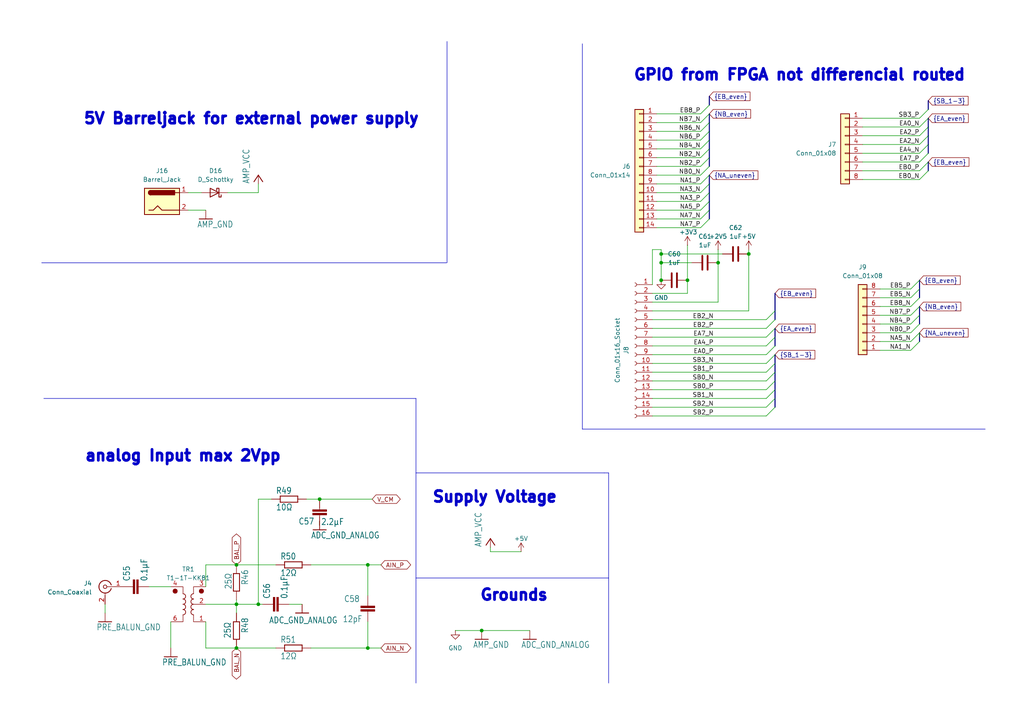
<source format=kicad_sch>
(kicad_sch (version 20250114) (generator "eeschema") (generator_version "9.0")
  (paper "A4")
  (lib_symbols
    (symbol "ADC_Adapter_prototyp_rev_013e0_eagle7-eagle-import:C-EUC0805"
      (property "Reference" "C" (at 1.524 0.381 0))
      (symbol "C-EUC0805_1_0"
        (rectangle (start -2.032 -1.016) (end 2.032 -0.508) (fill (type outline)))
        (rectangle (start -2.032 -2.032) (end 2.032 -1.524) (fill (type outline)))
        (polyline (pts (xy 0 0) (xy 0 -0.508)) (stroke (width 0.1524)))
        (polyline (pts (xy 0 -2.54) (xy 0 -2.032)) (stroke (width 0.1524)))
        (pin passive line (at 0 2.54 270) (length 2.54) (name "1") (number "1"))
        (pin passive line (at 0 -5.08 90) (length 2.54) (name "2") (number "2"))
      )
    )
    (symbol "ADC_Adapter_prototyp_rev_013e0_eagle7-eagle-import:GND" (power)
      (symbol "GND_1_0"
        (polyline (pts (xy -1.905 0) (xy 1.905 0)) (stroke (width 0.254)))
        (pin power_in line (at 0 2.54 270) (length 2.54) (name "GND") (number "1"))
      )
    )
    (symbol "ADC_Adapter_prototyp_rev_013e0_eagle7-eagle-import:R-EU_M0805"
      (property "Reference" "R" (at -3.81 1.4986 0))
      (symbol "R-EU_M0805_1_0"
        (polyline (pts (xy -2.54 -0.889) (xy -2.54 0.889)) (stroke (width 0.254)))
        (polyline (pts (xy -2.54 -0.889) (xy 2.54 -0.889)) (stroke (width 0.254)))
        (polyline (pts (xy 2.54 0.889) (xy -2.54 0.889)) (stroke (width 0.254)))
        (polyline (pts (xy 2.54 -0.889) (xy 2.54 0.889)) (stroke (width 0.254)))
        (pin passive line (at -5.08 0 0) (length 2.54) (name "1") (number "1"))
        (pin passive line (at 5.08 0 180) (length 2.54) (name "2") (number "2"))
      )
    )
    (symbol "ADC_Adapter_prototyp_rev_013e0_eagle7-eagle-import:VCC" (power)
      (symbol "VCC_1_0"
        (polyline (pts (xy 0 0) (xy -1.27 -1.905)) (stroke (width 0.254)))
        (polyline (pts (xy 1.27 -1.905) (xy 0 0)) (stroke (width 0.254)))
        (pin power_in line (at 0 -2.54 90) (length 2.54) (name "VCC") (number "1"))
      )
    )
    (symbol "Connector:Barrel_Jack" (pin_names (offset 1.016))
      (property "Reference" "J" (at 0 5.334 0))
      (property "Value" "Barrel_Jack" (at 0 -5.08 0))
      (symbol "Barrel_Jack_0_1"
        (rectangle (start -5.08 3.81) (end 5.08 -3.81) (stroke (width 0.254)) (fill (type background)))
        (polyline (pts (xy -3.81 -2.54) (xy -2.54 -2.54) (xy -1.27 -1.27) (xy 0 -2.54) (xy 2.54 -2.54) (xy 5.08 -2.54)) (stroke (width 0.254)))
        (arc (start -3.302 1.905) (mid -3.9343 2.54) (end -3.302 3.175) (stroke (width 0.254)))
        (arc (start -3.302 1.905) (mid -3.9343 2.54) (end -3.302 3.175) (stroke (width 0.254)) (fill (type outline)))
        (rectangle (start 3.683 3.175) (end -3.302 1.905) (stroke (width 0.254)) (fill (type outline)))
        (polyline (pts (xy 5.08 2.54) (xy 3.81 2.54)) (stroke (width 0.254)))
      )
      (symbol "Barrel_Jack_1_1"
        (pin passive line (at 7.62 2.54 180) (length 2.54) (name "~") (number "1"))
        (pin passive line (at 7.62 -2.54 180) (length 2.54) (name "~") (number "2"))
      )
    )
    (symbol "Connector:Conn_01x16_Socket" (pin_names (offset 1.016) (hide yes))
      (property "Reference" "J" (at 0 20.32 0))
      (property "Value" "Conn_01x16_Socket" (at 0 -22.86 0))
      (symbol "Conn_01x16_Socket_1_1"
        (polyline (pts (xy -1.27 17.78) (xy -0.508 17.78)) (stroke (width 0.1524)))
        (polyline (pts (xy -1.27 15.24) (xy -0.508 15.24)) (stroke (width 0.1524)))
        (polyline (pts (xy -1.27 12.7) (xy -0.508 12.7)) (stroke (width 0.1524)))
        (polyline (pts (xy -1.27 10.16) (xy -0.508 10.16)) (stroke (width 0.1524)))
        (polyline (pts (xy -1.27 7.62) (xy -0.508 7.62)) (stroke (width 0.1524)))
        (polyline (pts (xy -1.27 5.08) (xy -0.508 5.08)) (stroke (width 0.1524)))
        (polyline (pts (xy -1.27 2.54) (xy -0.508 2.54)) (stroke (width 0.1524)))
        (polyline (pts (xy -1.27 0) (xy -0.508 0)) (stroke (width 0.1524)))
        (polyline (pts (xy -1.27 -2.54) (xy -0.508 -2.54)) (stroke (width 0.1524)))
        (polyline (pts (xy -1.27 -5.08) (xy -0.508 -5.08)) (stroke (width 0.1524)))
        (polyline (pts (xy -1.27 -7.62) (xy -0.508 -7.62)) (stroke (width 0.1524)))
        (polyline (pts (xy -1.27 -10.16) (xy -0.508 -10.16)) (stroke (width 0.1524)))
        (polyline (pts (xy -1.27 -12.7) (xy -0.508 -12.7)) (stroke (width 0.1524)))
        (polyline (pts (xy -1.27 -15.24) (xy -0.508 -15.24)) (stroke (width 0.1524)))
        (polyline (pts (xy -1.27 -17.78) (xy -0.508 -17.78)) (stroke (width 0.1524)))
        (polyline (pts (xy -1.27 -20.32) (xy -0.508 -20.32)) (stroke (width 0.1524)))
        (arc (start 0 17.272) (mid -0.5058 17.78) (end 0 18.288) (stroke (width 0.1524)))
        (arc (start 0 14.732) (mid -0.5058 15.24) (end 0 15.748) (stroke (width 0.1524)))
        (arc (start 0 12.192) (mid -0.5058 12.7) (end 0 13.208) (stroke (width 0.1524)))
        (arc (start 0 9.652) (mid -0.5058 10.16) (end 0 10.668) (stroke (width 0.1524)))
        (arc (start 0 7.112) (mid -0.5058 7.62) (end 0 8.128) (stroke (width 0.1524)))
        (arc (start 0 4.572) (mid -0.5058 5.08) (end 0 5.588) (stroke (width 0.1524)))
        (arc (start 0 2.032) (mid -0.5058 2.54) (end 0 3.048) (stroke (width 0.1524)))
        (arc (start 0 -0.508) (mid -0.5058 0) (end 0 0.508) (stroke (width 0.1524)))
        (arc (start 0 -3.048) (mid -0.5058 -2.54) (end 0 -2.032) (stroke (width 0.1524)))
        (arc (start 0 -5.588) (mid -0.5058 -5.08) (end 0 -4.572) (stroke (width 0.1524)))
        (arc (start 0 -8.128) (mid -0.5058 -7.62) (end 0 -7.112) (stroke (width 0.1524)))
        (arc (start 0 -10.668) (mid -0.5058 -10.16) (end 0 -9.652) (stroke (width 0.1524)))
        (arc (start 0 -13.208) (mid -0.5058 -12.7) (end 0 -12.192) (stroke (width 0.1524)))
        (arc (start 0 -15.748) (mid -0.5058 -15.24) (end 0 -14.732) (stroke (width 0.1524)))
        (arc (start 0 -18.288) (mid -0.5058 -17.78) (end 0 -17.272) (stroke (width 0.1524)))
        (arc (start 0 -20.828) (mid -0.5058 -20.32) (end 0 -19.812) (stroke (width 0.1524)))
        (pin passive line (at -5.08 17.78 0) (length 3.81) (name "Pin_1") (number "1"))
        (pin passive line (at -5.08 15.24 0) (length 3.81) (name "Pin_2") (number "2"))
        (pin passive line (at -5.08 12.7 0) (length 3.81) (name "Pin_3") (number "3"))
        (pin passive line (at -5.08 10.16 0) (length 3.81) (name "Pin_4") (number "4"))
        (pin passive line (at -5.08 7.62 0) (length 3.81) (name "Pin_5") (number "5"))
        (pin passive line (at -5.08 5.08 0) (length 3.81) (name "Pin_6") (number "6"))
        (pin passive line (at -5.08 2.54 0) (length 3.81) (name "Pin_7") (number "7"))
        (pin passive line (at -5.08 0 0) (length 3.81) (name "Pin_8") (number "8"))
        (pin passive line (at -5.08 -2.54 0) (length 3.81) (name "Pin_9") (number "9"))
        (pin passive line (at -5.08 -5.08 0) (length 3.81) (name "Pin_10") (number "10"))
        (pin passive line (at -5.08 -7.62 0) (length 3.81) (name "Pin_11") (number "11"))
        (pin passive line (at -5.08 -10.16 0) (length 3.81) (name "Pin_12") (number "12"))
        (pin passive line (at -5.08 -12.7 0) (length 3.81) (name "Pin_13") (number "13"))
        (pin passive line (at -5.08 -15.24 0) (length 3.81) (name "Pin_14") (number "14"))
        (pin passive line (at -5.08 -17.78 0) (length 3.81) (name "Pin_15") (number "15"))
        (pin passive line (at -5.08 -20.32 0) (length 3.81) (name "Pin_16") (number "16"))
      )
    )
    (symbol "Connector:Conn_Coaxial" (pin_names (offset 1.016) (hide yes))
      (property "Reference" "J" (at 0.254 3.048 0))
      (property "Value" "Conn_Coaxial" (at 2.921 0 90))
      (symbol "Conn_Coaxial_0_1"
        (polyline (pts (xy -2.54 0) (xy -0.508 0)))
        (arc (start 1.778 0) (mid 0.222 -1.8079) (end -1.778 -0.508) (stroke (width 0.254)))
        (arc (start -1.778 0.508) (mid 0.2221 1.8084) (end 1.778 0) (stroke (width 0.254)))
        (circle (center 0 0) (radius 0.508) (stroke (width 0.2032)))
        (polyline (pts (xy 0 -2.54) (xy 0 -1.778)))
      )
      (symbol "Conn_Coaxial_1_1"
        (pin passive line (at -5.08 0 0) (length 2.54) (name "In") (number "1"))
        (pin passive line (at 0 -5.08 90) (length 2.54) (name "Ext") (number "2"))
      )
    )
    (symbol "Connector_Generic:Conn_01x08" (pin_names (offset 1.016) (hide yes))
      (property "Reference" "J" (at 0 10.16 0))
      (property "Value" "Conn_01x08" (at 0 -12.7 0))
      (symbol "Conn_01x08_1_1"
        (rectangle (start -1.27 8.89) (end 1.27 -11.43) (stroke (width 0.254)) (fill (type background)))
        (rectangle (start -1.27 7.747) (end 0 7.493) (stroke (width 0.1524)))
        (rectangle (start -1.27 5.207) (end 0 4.953) (stroke (width 0.1524)))
        (rectangle (start -1.27 2.667) (end 0 2.413) (stroke (width 0.1524)))
        (rectangle (start -1.27 0.127) (end 0 -0.127) (stroke (width 0.1524)))
        (rectangle (start -1.27 -2.413) (end 0 -2.667) (stroke (width 0.1524)))
        (rectangle (start -1.27 -4.953) (end 0 -5.207) (stroke (width 0.1524)))
        (rectangle (start -1.27 -7.493) (end 0 -7.747) (stroke (width 0.1524)))
        (rectangle (start -1.27 -10.033) (end 0 -10.287) (stroke (width 0.1524)))
        (pin passive line (at -5.08 7.62 0) (length 3.81) (name "Pin_1") (number "1"))
        (pin passive line (at -5.08 5.08 0) (length 3.81) (name "Pin_2") (number "2"))
        (pin passive line (at -5.08 2.54 0) (length 3.81) (name "Pin_3") (number "3"))
        (pin passive line (at -5.08 0 0) (length 3.81) (name "Pin_4") (number "4"))
        (pin passive line (at -5.08 -2.54 0) (length 3.81) (name "Pin_5") (number "5"))
        (pin passive line (at -5.08 -5.08 0) (length 3.81) (name "Pin_6") (number "6"))
        (pin passive line (at -5.08 -7.62 0) (length 3.81) (name "Pin_7") (number "7"))
        (pin passive line (at -5.08 -10.16 0) (length 3.81) (name "Pin_8") (number "8"))
      )
    )
    (symbol "Connector_Generic:Conn_01x14" (pin_names (offset 1.016) (hide yes))
      (property "Reference" "J" (at 0 17.78 0))
      (property "Value" "Conn_01x14" (at 0 -20.32 0))
      (symbol "Conn_01x14_1_1"
        (rectangle (start -1.27 16.51) (end 1.27 -19.05) (stroke (width 0.254)) (fill (type background)))
        (rectangle (start -1.27 15.367) (end 0 15.113) (stroke (width 0.1524)))
        (rectangle (start -1.27 12.827) (end 0 12.573) (stroke (width 0.1524)))
        (rectangle (start -1.27 10.287) (end 0 10.033) (stroke (width 0.1524)))
        (rectangle (start -1.27 7.747) (end 0 7.493) (stroke (width 0.1524)))
        (rectangle (start -1.27 5.207) (end 0 4.953) (stroke (width 0.1524)))
        (rectangle (start -1.27 2.667) (end 0 2.413) (stroke (width 0.1524)))
        (rectangle (start -1.27 0.127) (end 0 -0.127) (stroke (width 0.1524)))
        (rectangle (start -1.27 -2.413) (end 0 -2.667) (stroke (width 0.1524)))
        (rectangle (start -1.27 -4.953) (end 0 -5.207) (stroke (width 0.1524)))
        (rectangle (start -1.27 -7.493) (end 0 -7.747) (stroke (width 0.1524)))
        (rectangle (start -1.27 -10.033) (end 0 -10.287) (stroke (width 0.1524)))
        (rectangle (start -1.27 -12.573) (end 0 -12.827) (stroke (width 0.1524)))
        (rectangle (start -1.27 -15.113) (end 0 -15.367) (stroke (width 0.1524)))
        (rectangle (start -1.27 -17.653) (end 0 -17.907) (stroke (width 0.1524)))
        (pin passive line (at -5.08 15.24 0) (length 3.81) (name "Pin_1") (number "1"))
        (pin passive line (at -5.08 12.7 0) (length 3.81) (name "Pin_2") (number "2"))
        (pin passive line (at -5.08 10.16 0) (length 3.81) (name "Pin_3") (number "3"))
        (pin passive line (at -5.08 7.62 0) (length 3.81) (name "Pin_4") (number "4"))
        (pin passive line (at -5.08 5.08 0) (length 3.81) (name "Pin_5") (number "5"))
        (pin passive line (at -5.08 2.54 0) (length 3.81) (name "Pin_6") (number "6"))
        (pin passive line (at -5.08 0 0) (length 3.81) (name "Pin_7") (number "7"))
        (pin passive line (at -5.08 -2.54 0) (length 3.81) (name "Pin_8") (number "8"))
        (pin passive line (at -5.08 -5.08 0) (length 3.81) (name "Pin_9") (number "9"))
        (pin passive line (at -5.08 -7.62 0) (length 3.81) (name "Pin_10") (number "10"))
        (pin passive line (at -5.08 -10.16 0) (length 3.81) (name "Pin_11") (number "11"))
        (pin passive line (at -5.08 -12.7 0) (length 3.81) (name "Pin_12") (number "12"))
        (pin passive line (at -5.08 -15.24 0) (length 3.81) (name "Pin_13") (number "13"))
        (pin passive line (at -5.08 -17.78 0) (length 3.81) (name "Pin_14") (number "14"))
      )
    )
    (symbol "Device:C" (pin_numbers (hide yes)) (pin_names (offset 0.254))
      (property "Reference" "C" (at 0.635 2.54 0))
      (property "Value" "C" (at 0.635 -2.54 0))
      (symbol "C_0_1"
        (polyline (pts (xy -2.032 0.762) (xy 2.032 0.762)) (stroke (width 0.508)))
        (polyline (pts (xy -2.032 -0.762) (xy 2.032 -0.762)) (stroke (width 0.508)))
      )
      (symbol "C_1_1"
        (pin passive line (at 0 3.81 270) (length 2.794) (name "~") (number "1"))
        (pin passive line (at 0 -3.81 90) (length 2.794) (name "~") (number "2"))
      )
    )
    (symbol "Device:D_Schottky" (pin_numbers (hide yes)) (pin_names (offset 1.016) (hide yes))
      (property "Reference" "D" (at 0 2.54 0))
      (property "Value" "D_Schottky" (at 0 -2.54 0))
      (symbol "D_Schottky_0_1"
        (polyline (pts (xy -1.905 0.635) (xy -1.905 1.27) (xy -1.27 1.27) (xy -1.27 -1.27) (xy -0.635 -1.27) (xy -0.635 -0.635)) (stroke (width 0.254)))
        (polyline (pts (xy 1.27 1.27) (xy 1.27 -1.27) (xy -1.27 0) (xy 1.27 1.27)) (stroke (width 0.254)))
        (polyline (pts (xy 1.27 0) (xy -1.27 0)))
      )
      (symbol "D_Schottky_1_1"
        (pin passive line (at -3.81 0 0) (length 2.54) (name "K") (number "1"))
        (pin passive line (at 3.81 0 180) (length 2.54) (name "A") (number "2"))
      )
    )
    (symbol "SoM_ADC_Board:T1-1T-KK81" (pin_names (hide yes))
      (property "Reference" "TR" (at 0 6.35 0))
      (property "Value" "T1-1T-KK81" (at 0 -6.985 0))
      (symbol "T1-1T-KK81_0_1"
        (circle (center -3.81 3.81) (radius 0.635) (fill (type outline)))
        (polyline (pts (xy -2.54 5.08) (xy -1.524 5.08) (xy -1.524 3.048)) (stroke (width 0.1524)))
        (arc (start -1.524 3.048) (mid -0.7653 2.286) (end -1.524 1.524) (stroke (width 0.2032)))
        (arc (start -1.524 1.524) (mid -0.7653 0.762) (end -1.524 0) (stroke (width 0.2032)))
        (arc (start -1.524 0) (mid -0.7653 -0.762) (end -1.524 -1.524) (stroke (width 0.2032)))
        (arc (start -1.524 -1.524) (mid -0.7653 -2.286) (end -1.524 -3.048) (stroke (width 0.2032)))
        (polyline (pts (xy -1.524 -3.048) (xy -1.524 -5.08) (xy -2.54 -5.08)) (stroke (width 0.1524)))
        (polyline (pts (xy 1.524 3.048) (xy 1.524 5.08) (xy 2.54 5.08)) (stroke (width 0.1524)))
        (arc (start 1.524 1.524) (mid 0.7653 2.286) (end 1.524 3.048) (stroke (width 0.2032)))
        (arc (start 1.524 0) (mid 0.7653 0.762) (end 1.524 1.524) (stroke (width 0.2032)))
        (arc (start 1.524 -1.524) (mid 0.7653 -0.762) (end 1.524 0) (stroke (width 0.2032)))
        (arc (start 1.524 -3.048) (mid 0.7653 -2.286) (end 1.524 -1.524) (stroke (width 0.2032)))
        (polyline (pts (xy 2.54 0) (xy 1.27 0)) (stroke (width 0.1524)))
        (polyline (pts (xy 2.54 -5.08) (xy 1.524 -5.08) (xy 1.524 -3.048)) (stroke (width 0.1524)))
        (circle (center 3.81 3.81) (radius 0.635) (fill (type outline)))
      )
      (symbol "T1-1T-KK81_1_1"
        (pin passive line (at -5.08 5.08 0) (length 2.54) (name "~") (number "4"))
        (pin passive line (at -5.08 -5.08 0) (length 2.54) (name "~") (number "6"))
        (pin no_connect line (at -2.54 0 0) (length 2.54) (hide yes) (name "~") (number "5"))
        (pin passive line (at 5.08 5.08 180) (length 2.54) (name "~") (number "3"))
        (pin passive line (at 5.08 0 180) (length 2.54) (name "~") (number "2"))
        (pin passive line (at 5.08 -5.08 180) (length 2.54) (name "~") (number "1"))
      )
    )
    (symbol "power:+2V5" (power) (pin_numbers (hide yes)) (pin_names (offset 0) (hide yes))
      (property "Value" "+2V5" (at 0 3.556 0))
      (symbol "+2V5_0_1"
        (polyline (pts (xy -0.762 1.27) (xy 0 2.54)))
        (polyline (pts (xy 0 2.54) (xy 0.762 1.27)))
        (polyline (pts (xy 0 0) (xy 0 2.54)))
      )
      (symbol "+2V5_1_1"
        (pin power_in line (at 0 0 90) (length 0) (name "~") (number "1"))
      )
    )
    (symbol "power:+5C" (power) (pin_numbers (hide yes)) (pin_names (offset 0) (hide yes))
      (property "Value" "+5C" (at 0 3.556 0))
      (symbol "+5C_0_1"
        (polyline (pts (xy -0.762 1.27) (xy 0 2.54)))
        (polyline (pts (xy 0 2.54) (xy 0.762 1.27)))
        (polyline (pts (xy 0 0) (xy 0 2.54)))
      )
      (symbol "+5C_1_1"
        (pin power_in line (at 0 0 90) (length 0) (name "~") (number "1"))
      )
    )
    (symbol "power:GND" (power) (pin_numbers (hide yes)) (pin_names (offset 0) (hide yes))
      (property "Value" "GND" (at 0 -3.81 0))
      (symbol "GND_0_1"
        (polyline (pts (xy 0 0) (xy 0 -1.27) (xy 1.27 -1.27) (xy 0 -2.54) (xy -1.27 -1.27) (xy 0 -1.27)))
      )
      (symbol "GND_1_1"
        (pin power_in line (at 0 0 270) (length 0) (name "~") (number "1"))
      )
    )
  )
  (bus_alias "EA_even" (members "EA0_N" "EA0_P" "EA2_N" "EA2_P" "EA4_N" "EA4_P" "EA7_N" "EA7_P"))
  (bus_alias "EB_even" (members "EB0_P" "EB0_N" "EB2_P" "EB2_N" "EB4_P" "EB4_N" "EB5_P" "EB5_N" "EB8_P" "EB8_N"))
  (bus_alias "SB_1-3" (members "SB0_N" "SB0_P" "SB1_N" "SB1_P" "SB2_N" "SB2_P" "SB3_N" "SB3_P"))
  (text "GPIO from FPGA not differencial routed" (at 231.902 21.844 0) (effects (font (size 3.175 3.175) (thickness 1.27) (bold yes))))
  (text "Supply Voltage" (at 143.51 144.272 0) (effects (font (size 3.175 3.175) (thickness 1.27) (bold yes))))
  (text "analog Input max 2Vpp" (at 53.086 132.334 0) (effects (font (size 3.175 3.175) (thickness 1.27) (bold yes))))
  (text "5V Barreljack for external power supply" (at 72.898 34.544 0) (effects (font (size 3.175 3.175) (thickness 1.27) (bold yes))))
  (text "Grounds" (at 149.098 172.72 0) (effects (font (size 3.175 3.175) (thickness 1.27) (bold yes))))
  (junction (at 74.93 175.26))
  (junction (at 217.17 73.66))
  (junction (at 92.71 144.78))
  (junction (at 191.77 76.2))
  (junction (at 191.77 73.66))
  (junction (at 68.58 187.96))
  (junction (at 106.68 163.83))
  (junction (at 68.58 163.83))
  (junction (at 106.68 187.96))
  (junction (at 139.7 182.88))
  (junction (at 191.77 81.28))
  (junction (at 208.28 76.2))
  (junction (at 199.39 81.28))
  (junction (at 68.58 175.26))
  (bus_entry (at 205.74 38.1) (size -2.54 2.54))
  (bus_entry (at 224.79 113.03) (size -2.54 2.54))
  (bus_entry (at 205.74 53.34) (size -2.54 2.54))
  (bus_entry (at 266.7 93.98) (size -2.54 2.54))
  (bus_entry (at 266.7 96.52) (size -2.54 2.54))
  (bus_entry (at 205.74 63.5) (size -2.54 2.54))
  (bus_entry (at 205.74 30.48) (size -2.54 2.54))
  (bus_entry (at 266.7 81.28) (size -2.54 2.54))
  (bus_entry (at 269.24 31.75) (size -2.54 2.54))
  (bus_entry (at 205.74 43.18) (size -2.54 2.54))
  (bus_entry (at 205.74 55.88) (size -2.54 2.54))
  (bus_entry (at 269.24 34.29) (size -2.54 2.54))
  (bus_entry (at 224.79 110.49) (size -2.54 2.54))
  (bus_entry (at 224.79 97.79) (size -2.54 2.54))
  (bus_entry (at 266.7 99.06) (size -2.54 2.54))
  (bus_entry (at 269.24 39.37) (size -2.54 2.54))
  (bus_entry (at 266.7 83.82) (size -2.54 2.54))
  (bus_entry (at 269.24 49.53) (size -2.54 2.54))
  (bus_entry (at 205.74 40.64) (size -2.54 2.54))
  (bus_entry (at 205.74 60.96) (size -2.54 2.54))
  (bus_entry (at 224.79 90.17) (size -2.54 2.54))
  (bus_entry (at 266.7 86.36) (size -2.54 2.54))
  (bus_entry (at 266.7 88.9) (size -2.54 2.54))
  (bus_entry (at 269.24 41.91) (size -2.54 2.54))
  (bus_entry (at 224.79 107.95) (size -2.54 2.54))
  (bus_entry (at 269.24 44.45) (size -2.54 2.54))
  (bus_entry (at 205.74 35.56) (size -2.54 2.54))
  (bus_entry (at 224.79 102.87) (size -2.54 2.54))
  (bus_entry (at 269.24 36.83) (size -2.54 2.54))
  (bus_entry (at 205.74 48.26) (size -2.54 2.54))
  (bus_entry (at 269.24 46.99) (size -2.54 2.54))
  (bus_entry (at 224.79 100.33) (size -2.54 2.54))
  (bus_entry (at 205.74 33.02) (size -2.54 2.54))
  (bus_entry (at 205.74 50.8) (size -2.54 2.54))
  (bus_entry (at 224.79 95.25) (size -2.54 2.54))
  (bus_entry (at 205.74 45.72) (size -2.54 2.54))
  (bus_entry (at 224.79 118.11) (size -2.54 2.54))
  (bus_entry (at 205.74 58.42) (size -2.54 2.54))
  (bus_entry (at 224.79 115.57) (size -2.54 2.54))
  (bus_entry (at 224.79 92.71) (size -2.54 2.54))
  (bus_entry (at 266.7 91.44) (size -2.54 2.54))
  (bus_entry (at 224.79 105.41) (size -2.54 2.54))
  (polyline (pts (xy 176.53 137.16) (xy 176.53 167.64)))
  (wire (pts (xy 208.28 76.2) (xy 208.28 87.63)))
  (bus (pts (xy 205.74 40.64) (xy 205.74 43.18)))
  (polyline (pts (xy 168.91 12.7) (xy 168.91 124.46)))
  (wire (pts (xy 191.77 73.66) (xy 209.55 73.66)))
  (bus (pts (xy 205.74 35.56) (xy 205.74 38.1)))
  (wire (pts (xy 255.27 93.98) (xy 264.16 93.98)))
  (wire (pts (xy 255.27 91.44) (xy 264.16 91.44)))
  (wire (pts (xy 250.19 52.07) (xy 266.7 52.07)))
  (wire (pts (xy 49.53 180.34) (xy 49.53 185.42)))
  (wire (pts (xy 189.23 120.65) (xy 222.25 120.65)))
  (wire (pts (xy 250.19 34.29) (xy 266.7 34.29)))
  (wire (pts (xy 250.19 44.45) (xy 266.7 44.45)))
  (wire (pts (xy 68.58 175.26) (xy 74.93 175.26)))
  (wire (pts (xy 190.5 53.34) (xy 203.2 53.34)))
  (wire (pts (xy 88.9 144.78) (xy 92.71 144.78)))
  (wire (pts (xy 189.23 118.11) (xy 222.25 118.11)))
  (wire (pts (xy 250.19 36.83) (xy 266.7 36.83)))
  (wire (pts (xy 68.58 187.96) (xy 80.01 187.96)))
  (wire (pts (xy 190.5 66.04) (xy 203.2 66.04)))
  (wire (pts (xy 189.23 92.71) (xy 222.25 92.71)))
  (bus (pts (xy 224.79 105.41) (xy 224.79 107.95)))
  (wire (pts (xy 255.27 88.9) (xy 264.16 88.9)))
  (bus (pts (xy 269.24 41.91) (xy 269.24 44.45)))
  (wire (pts (xy 199.39 71.12) (xy 199.39 81.28)))
  (wire (pts (xy 90.17 163.83) (xy 106.68 163.83)))
  (wire (pts (xy 250.19 49.53) (xy 266.7 49.53)))
  (wire (pts (xy 255.27 101.6) (xy 264.16 101.6)))
  (wire (pts (xy 189.23 102.87) (xy 222.25 102.87)))
  (bus (pts (xy 224.79 97.79) (xy 224.79 100.33)))
  (wire (pts (xy 250.19 46.99) (xy 266.7 46.99)))
  (bus (pts (xy 224.79 90.17) (xy 224.79 92.71)))
  (wire (pts (xy 189.23 72.39) (xy 191.77 72.39)))
  (bus (pts (xy 266.7 91.44) (xy 266.7 93.98)))
  (polyline (pts (xy 120.65 167.64) (xy 176.53 167.64)))
  (bus (pts (xy 205.74 33.02) (xy 205.74 35.56)))
  (wire (pts (xy 43.18 170.18) (xy 49.53 170.18)))
  (wire (pts (xy 54.61 55.88) (xy 58.42 55.88)))
  (wire (pts (xy 59.69 187.96) (xy 68.58 187.96)))
  (wire (pts (xy 139.7 182.88) (xy 153.67 182.88)))
  (wire (pts (xy 190.5 45.72) (xy 203.2 45.72)))
  (bus (pts (xy 205.74 60.96) (xy 205.74 63.5)))
  (wire (pts (xy 191.77 76.2) (xy 200.66 76.2)))
  (wire (pts (xy 189.23 110.49) (xy 222.25 110.49)))
  (bus (pts (xy 205.74 55.88) (xy 205.74 58.42)))
  (polyline (pts (xy 12.0885 76.2215) (xy 129.54 76.2215)))
  (wire (pts (xy 189.23 100.33) (xy 222.25 100.33)))
  (polyline (pts (xy 12.7 115.57) (xy 120.65 115.57)))
  (bus (pts (xy 205.74 53.34) (xy 205.74 55.88)))
  (wire (pts (xy 190.5 43.18) (xy 203.2 43.18)))
  (bus (pts (xy 266.7 81.28) (xy 266.7 83.82)))
  (wire (pts (xy 106.68 163.83) (xy 110.49 163.83)))
  (wire (pts (xy 189.23 105.41) (xy 222.25 105.41)))
  (wire (pts (xy 74.93 144.78) (xy 78.74 144.78)))
  (wire (pts (xy 106.68 163.83) (xy 106.68 172.72)))
  (wire (pts (xy 250.19 41.91) (xy 266.7 41.91)))
  (wire (pts (xy 59.69 170.18) (xy 59.69 163.83)))
  (wire (pts (xy 59.69 163.83) (xy 68.58 163.83)))
  (bus (pts (xy 205.74 50.8) (xy 205.74 53.34)))
  (wire (pts (xy 190.5 38.1) (xy 203.2 38.1)))
  (wire (pts (xy 74.93 175.26) (xy 76.2 175.26)))
  (wire (pts (xy 68.58 173.99) (xy 68.58 175.26)))
  (wire (pts (xy 142.24 160.02) (xy 142.24 158.75)) (stroke (width 0.1524)))
  (bus (pts (xy 205.74 43.18) (xy 205.74 45.72)))
  (bus (pts (xy 269.24 34.29) (xy 269.24 36.83)))
  (wire (pts (xy 132.08 182.88) (xy 139.7 182.88)))
  (wire (pts (xy 30.48 175.26) (xy 30.48 177.8)))
  (wire (pts (xy 59.69 180.34) (xy 59.69 187.96)))
  (bus (pts (xy 266.7 96.52) (xy 266.7 99.06)))
  (wire (pts (xy 217.17 73.66) (xy 217.17 90.17)))
  (wire (pts (xy 191.77 76.2) (xy 191.77 81.28)))
  (bus (pts (xy 205.74 58.42) (xy 205.74 60.96)))
  (wire (pts (xy 83.82 175.26) (xy 87.63 175.26)))
  (wire (pts (xy 190.5 35.56) (xy 203.2 35.56)))
  (polyline (pts (xy 129.6576 12.0235) (xy 129.6576 76.2)))
  (bus (pts (xy 269.24 39.37) (xy 269.24 41.91)))
  (wire (pts (xy 59.69 175.26) (xy 68.58 175.26)))
  (bus (pts (xy 224.79 85.09) (xy 224.79 90.17)))
  (bus (pts (xy 224.79 110.49) (xy 224.79 113.03)))
  (wire (pts (xy 189.23 113.03) (xy 222.25 113.03)))
  (wire (pts (xy 189.23 72.39) (xy 189.23 82.55)))
  (wire (pts (xy 208.28 72.39) (xy 208.28 76.2)))
  (wire (pts (xy 190.5 48.26) (xy 203.2 48.26)))
  (wire (pts (xy 190.5 60.96) (xy 203.2 60.96)))
  (wire (pts (xy 74.93 175.26) (xy 74.93 144.78)))
  (wire (pts (xy 255.27 99.06) (xy 264.16 99.06)))
  (wire (pts (xy 217.17 90.17) (xy 189.23 90.17)))
  (polyline (pts (xy 120.65 115.57) (xy 120.65 198.12)))
  (polyline (pts (xy 168.91 124.46) (xy 285.75 124.46)))
  (wire (pts (xy 190.5 63.5) (xy 203.2 63.5)))
  (wire (pts (xy 190.5 58.42) (xy 203.2 58.42)))
  (bus (pts (xy 205.74 27.94) (xy 205.74 30.48)))
  (wire (pts (xy 191.77 73.66) (xy 191.77 76.2)))
  (wire (pts (xy 191.77 72.39) (xy 191.77 73.66)))
  (wire (pts (xy 54.61 60.96) (xy 59.69 60.96)))
  (polyline (pts (xy 176.53 167.64) (xy 176.53 198.12)))
  (wire (pts (xy 189.23 107.95) (xy 222.25 107.95)))
  (wire (pts (xy 250.19 39.37) (xy 266.7 39.37)))
  (wire (pts (xy 255.27 96.52) (xy 264.16 96.52)))
  (bus (pts (xy 224.79 95.25) (xy 224.79 97.79)))
  (wire (pts (xy 189.23 115.57) (xy 222.25 115.57)))
  (wire (pts (xy 217.17 72.39) (xy 217.17 73.66)))
  (bus (pts (xy 269.24 46.99) (xy 269.24 49.53)))
  (bus (pts (xy 224.79 115.57) (xy 224.79 118.11)))
  (wire (pts (xy 92.71 144.78) (xy 107.95 144.78)))
  (bus (pts (xy 269.24 36.83) (xy 269.24 39.37)))
  (bus (pts (xy 266.7 88.9) (xy 266.7 91.44)))
  (wire (pts (xy 142.24 160.02) (xy 151.13 160.02)) (stroke (width 0.1524)))
  (bus (pts (xy 224.79 102.87) (xy 224.79 105.41)))
  (wire (pts (xy 68.58 163.83) (xy 80.01 163.83)))
  (polyline (pts (xy 120.65 137.16) (xy 175.26 137.16)))
  (wire (pts (xy 66.04 55.88) (xy 74.93 55.88)))
  (wire (pts (xy 49.53 187.96) (xy 49.53 185.42)) (stroke (width 0.1524)))
  (wire (pts (xy 190.5 50.8) (xy 203.2 50.8)))
  (bus (pts (xy 266.7 83.82) (xy 266.7 86.36)))
  (wire (pts (xy 266.7 96.52) (xy 266.7 97.79)))
  (wire (pts (xy 90.17 187.96) (xy 106.68 187.96)))
  (wire (pts (xy 190.5 55.88) (xy 203.2 55.88)))
  (polyline (pts (xy 175.26 137.16) (xy 176.53 137.16)))
  (bus (pts (xy 205.74 38.1) (xy 205.74 40.64)))
  (bus (pts (xy 269.24 29.21) (xy 269.24 31.75)))
  (bus (pts (xy 224.79 107.95) (xy 224.79 110.49)))
  (bus (pts (xy 224.79 113.03) (xy 224.79 115.57)))
  (wire (pts (xy 106.68 187.96) (xy 110.49 187.96)))
  (wire (pts (xy 199.39 85.09) (xy 199.39 81.28)))
  (bus (pts (xy 205.74 45.72) (xy 205.74 48.26)))
  (wire (pts (xy 255.27 83.82) (xy 264.16 83.82)))
  (wire (pts (xy 189.23 97.79) (xy 222.25 97.79)))
  (wire (pts (xy 106.68 180.34) (xy 106.68 187.96)))
  (wire (pts (xy 190.5 33.02) (xy 203.2 33.02)))
  (wire (pts (xy 74.93 55.88) (xy 74.93 53.34)))
  (wire (pts (xy 255.27 86.36) (xy 264.16 86.36)))
  (wire (pts (xy 189.23 87.63) (xy 208.28 87.63)))
  (wire (pts (xy 92.71 152.4) (xy 92.71 151.13)))
  (wire (pts (xy 189.23 85.09) (xy 199.39 85.09)))
  (wire (pts (xy 68.58 175.26) (xy 68.58 177.8)))
  (wire (pts (xy 189.23 95.25) (xy 222.25 95.25)))
  (wire (pts (xy 190.5 40.64) (xy 203.2 40.64)))
  (label "EA4_P" (at 207.01 100.33 180))
  (label "SB1_N" (at 207.01 115.57 180))
  (label "NB4_P" (at 264.16 93.98 180))
  (label "SB0_N" (at 207.01 110.49 180))
  (label "NB4_N" (at 203.2 43.18 180))
  (label "EA2_N" (at 266.7 41.91 180))
  (label "NA5_N" (at 264.16 99.06 180))
  (label "NB2_N" (at 203.2 45.72 180))
  (label "NA7_N" (at 203.2 63.5 180))
  (label "EB5_N" (at 264.16 86.36 180))
  (label "NA5_P" (at 203.2 60.96 180))
  (label "EA7_N" (at 207.01 97.79 180))
  (label "NB7_P" (at 264.16 91.44 180))
  (label "NB0_P" (at 264.16 96.52 180))
  (label "SB1_P" (at 207.01 107.95 180))
  (label "NB6_N" (at 203.2 38.1 180))
  (label "EB5_P" (at 264.16 83.82 180))
  (label "NB2_P" (at 203.2 48.26 180))
  (label "EA4_N" (at 266.7 44.45 180))
  (label "NA1_P" (at 203.2 53.34 180))
  (label "NA7_P" (at 203.2 66.04 180))
  (label "EB8_P" (at 203.2 33.02 180))
  (label "SB2_N" (at 207.01 118.11 180))
  (label "SB3_P" (at 266.7 34.29 180))
  (label "EA7_P" (at 266.7 46.99 180))
  (label "SB2_P" (at 207.01 120.65 180))
  (label "EB2_P" (at 207.01 95.25 180))
  (label "NB7_N" (at 203.2 35.56 180))
  (label "EB0_N" (at 266.7 52.07 180))
  (label "SB0_P" (at 207.01 113.03 180))
  (label "NA3_P" (at 203.2 58.42 180))
  (label "EA0_P" (at 207.01 102.87 180))
  (label "EB0_P" (at 266.7 49.53 180))
  (label "NA1_N" (at 264.16 101.6 180))
  (label "NA3_N" (at 203.2 55.88 180))
  (label "NB6_P" (at 203.2 40.64 180))
  (label "EA2_P" (at 266.7 39.37 180))
  (label "NB0_N" (at 203.2 50.8 180))
  (label "EB8_N" (at 264.16 88.9 180))
  (label "SB3_N" (at 207.01 105.41 180))
  (label "EB2_N" (at 207.01 92.71 180))
  (label "EA0_N" (at 266.7 36.83 180))
  (global_label "{EB_even}" (shape input) (at 205.74 27.94 0) (property "Intersheetrefs" "${INTERSHEET_REFS}" (effects (hide yes))))
  (global_label "BAL_P" (shape bidirectional) (at 68.58 163.83 90) (effects (font (size 1.2446 1.2446))) (property "Intersheetrefs" "${INTERSHEET_REFS}" (effects (hide yes))))
  (global_label "AIN_N" (shape bidirectional) (at 110.49 187.96 0) (effects (font (size 1.2446 1.2446))) (property "Intersheetrefs" "${INTERSHEET_REFS}" (effects (hide yes))))
  (global_label "{EA_even}" (shape input) (at 224.79 95.25 0) (property "Intersheetrefs" "${INTERSHEET_REFS}" (effects (hide yes))))
  (global_label "V_CM" (shape bidirectional) (at 107.95 144.78 0) (effects (font (size 1.2446 1.2446))) (property "Intersheetrefs" "${INTERSHEET_REFS}" (effects (hide yes))))
  (global_label "{NB_even}" (shape input) (at 266.7 88.9 0) (property "Intersheetrefs" "${INTERSHEET_REFS}" (effects (hide yes))))
  (global_label "AIN_P" (shape bidirectional) (at 110.49 163.83 0) (effects (font (size 1.2446 1.2446))) (property "Intersheetrefs" "${INTERSHEET_REFS}" (effects (hide yes))))
  (global_label "{SB_1-3}" (shape input) (at 224.79 102.87 0) (property "Intersheetrefs" "${INTERSHEET_REFS}" (effects (hide yes))))
  (global_label "{SB_1-3}" (shape input) (at 269.24 29.21 0) (property "Intersheetrefs" "${INTERSHEET_REFS}" (effects (hide yes))))
  (global_label "{NA_uneven}" (shape input) (at 205.74 50.8 0) (property "Intersheetrefs" "${INTERSHEET_REFS}" (effects (hide yes))))
  (global_label "{EB_even}" (shape input) (at 266.7 81.28 0) (property "Intersheetrefs" "${INTERSHEET_REFS}" (effects (hide yes))))
  (global_label "{EA_even}" (shape input) (at 269.24 34.29 0) (property "Intersheetrefs" "${INTERSHEET_REFS}" (effects (hide yes))))
  (global_label "{EB_even}" (shape input) (at 269.24 46.99 0) (property "Intersheetrefs" "${INTERSHEET_REFS}" (effects (hide yes))))
  (global_label "BAL_N" (shape bidirectional) (at 68.58 187.96 270) (effects (font (size 1.2446 1.2446))) (property "Intersheetrefs" "${INTERSHEET_REFS}" (effects (hide yes))))
  (global_label "{NA_uneven}" (shape input) (at 266.7 96.52 0) (property "Intersheetrefs" "${INTERSHEET_REFS}" (effects (hide yes))))
  (global_label "{EB_even}" (shape input) (at 224.79 85.09 0) (property "Intersheetrefs" "${INTERSHEET_REFS}" (effects (hide yes))))
  (global_label "{NB_even}" (shape input) (at 205.74 33.02 0) (property "Intersheetrefs" "${INTERSHEET_REFS}" (effects (hide yes))))
  (symbol (lib_id "ADC_Adapter_prototyp_rev_013e0_eagle7-eagle-import:GND") (at 87.63 177.8 0) (unit 1)
    (property "Reference" "#ADC_GND_ANALOG03" (effects (hide yes)))
    (property "Value" "ADC_GND_ANALOG" (at 77.978 180.848 0) (effects (font (size 1.778 1.5113)) (justify left bottom)))
  )
  (symbol (lib_id "ADC_Adapter_prototyp_rev_013e0_eagle7-eagle-import:GND") (at 92.71 153.67 0) (unit 1)
    (property "Reference" "#ADC_GND_ANALOG04" (effects (hide yes)))
    (property "Value" "ADC_GND_ANALOG" (at 90.17 156.21 0) (effects (font (size 1.778 1.5113)) (justify left bottom)))
  )
  (symbol (lib_id "Connector:Conn_Coaxial") (at 30.48 170.18 0) (mirror y) (unit 1)
    (property "Reference" "J4" (at 26.67 169.2031 0) (effects (justify left)))
    (property "Value" "Conn_Coaxial" (at 26.67 171.7431 0) (effects (justify left)))
    (property "Footprint" "Connector_Coaxial:SMA_Amphenol_132134-11_Vertical" (effects (hide yes)))
    (property "Description" "coaxial connector (BNC, SMA, SMB, SMC, Cinch/RCA, LEMO, ...)" (effects (hide yes)))
  )
  (symbol (lib_id "Connector:Conn_01x16_Socket") (at 184.15 100.33 0) (mirror y) (unit 1)
    (property "Reference" "J8" (at 181.61 101.6 90))
    (property "Value" "Conn_01x16_Socket" (at 179.07 101.6 90))
    (property "Footprint" "Connector_PinSocket_2.54mm:PinSocket_1x16_P2.54mm_Vertical" (effects (hide yes)))
    (property "Description" "Generic connector, single row, 01x16, script generated" (effects (hide yes)))
  )
  (symbol (lib_id "ADC_Adapter_prototyp_rev_013e0_eagle7-eagle-import:GND") (at 153.67 185.42 0) (unit 1)
    (property "Reference" "#ADC_GND_ANALOG02" (effects (hide yes)))
    (property "Value" "ADC_GND_ANALOG" (at 151.13 187.96 0) (effects (font (size 1.778 1.5113)) (justify left bottom)))
  )
  (symbol (lib_id "power:GND") (at 191.77 81.28 0) (mirror y) (unit 1)
    (property "Reference" "#PWR0136" (effects (hide yes)))
    (property "Value" "GND" (at 191.77 86.36 0))
    (property "Description" "Power symbol creates a global label with name \"GND\" , ground" (effects (hide yes)))
  )
  (symbol (lib_id "ADC_Adapter_prototyp_rev_013e0_eagle7-eagle-import:GND") (at 59.69 63.5 0) (unit 1)
    (property "Reference" "#PRE_AMP_GND01" (effects (hide yes)))
    (property "Value" "AMP_GND" (at 57.15 66.04 0) (effects (font (size 1.778 1.5113)) (justify left bottom)))
  )
  (symbol (lib_id "Device:D_Schottky") (at 62.23 55.88 180) (unit 1)
    (property "Reference" "D16" (at 62.5475 49.53 0))
    (property "Value" "D_Schottky" (at 62.5475 52.07 0))
    (property "Footprint" "Diode_SMD:D_0603_1608Metric_Pad1.05x0.95mm_HandSolder" (effects (hide yes)))
    (property "Description" "Schottky diode" (effects (hide yes)))
  )
  (symbol (lib_id "Connector_Generic:Conn_01x14") (at 185.42 48.26 0) (mirror y) (unit 1)
    (property "Reference" "J6" (at 182.88 48.2599 0) (effects (justify left)))
    (property "Value" "Conn_01x14" (at 182.88 50.7999 0) (effects (justify left)))
    (property "Footprint" "Connector_PinSocket_2.54mm:PinSocket_1x14_P2.54mm_Vertical" (effects (hide yes)))
    (property "Description" "Generic connector, single row, 01x14, script generated (kicad-library-utils/schlib/autogen/connector/)" (effects (hide yes)))
  )
  (symbol (lib_id "power:+5C") (at 217.17 72.39 0) (unit 1)
    (property "Reference" "#PWR014" (effects (hide yes)))
    (property "Value" "+5V" (at 217.17 68.58 0))
    (property "Description" "Power symbol creates a global label with name \"+5C\"" (effects (hide yes)))
  )
  (symbol (lib_id "ADC_Adapter_prototyp_rev_013e0_eagle7-eagle-import:R-EU_M0805") (at 85.09 187.96 0) (unit 1)
    (property "Reference" "R51" (at 81.28 186.4614 0) (effects (font (size 1.778 1.5113)) (justify left bottom)))
    (property "Value" "12Ω" (at 81.28 191.262 0) (effects (font (size 1.778 1.5113)) (justify left bottom)))
    (property "Footprint" "Resistor_SMD:R_0402_1005Metric_Pad0.72x0.64mm_HandSolder" (effects (hide yes)))
  )
  (symbol (lib_id "ADC_Adapter_prototyp_rev_013e0_eagle7-eagle-import:C-EUC0805") (at 106.68 177.8 180) (unit 1)
    (property "Reference" "C58" (at 104.394 172.72 0) (effects (font (size 1.778 1.5113)) (justify left bottom)))
    (property "Value" "12pF" (at 105.156 178.562 0) (effects (font (size 1.778 1.5113)) (justify left bottom)))
    (property "Footprint" "Capacitor_SMD:C_0402_1005Metric_Pad0.74x0.62mm_HandSolder" (effects (hide yes)))
  )
  (symbol (lib_id "ADC_Adapter_prototyp_rev_013e0_eagle7-eagle-import:GND") (at 49.53 190.5 0) (unit 1)
    (property "Reference" "#PRE_AMP_GND08" (effects (hide yes)))
    (property "Value" "PRE_BALUN_GND" (at 46.99 193.04 0) (effects (font (size 1.778 1.5113)) (justify left bottom)))
  )
  (symbol (lib_id "ADC_Adapter_prototyp_rev_013e0_eagle7-eagle-import:GND") (at 139.7 185.42 0) (unit 1)
    (property "Reference" "#PRE_AMP_GND06" (effects (hide yes)))
    (property "Value" "AMP_GND" (at 137.16 187.96 0) (effects (font (size 1.778 1.5113)) (justify left bottom)))
  )
  (symbol (lib_id "Device:C") (at 195.58 81.28 90) (unit 1)
    (property "Reference" "C60" (at 195.58 73.66 90))
    (property "Value" "1uF" (at 195.58 76.2 90))
    (property "Footprint" "Capacitor_SMD:C_0603_1608Metric" (effects (hide yes)))
    (property "Description" "Unpolarized capacitor" (effects (hide yes)))
    (property "Mouser Part Number" "80-C0603C104M4R7411" (effects (hide yes)))
  )
  (symbol (lib_id "power:+2V5") (at 208.28 72.39 0) (mirror y) (unit 1)
    (property "Reference" "#PWR015" (effects (hide yes)))
    (property "Value" "+2V5" (at 208.28 68.58 0))
    (property "Description" "Power symbol creates a global label with name \"+2V5\"" (effects (hide yes)))
  )
  (symbol (lib_id "ADC_Adapter_prototyp_rev_013e0_eagle7-eagle-import:R-EU_M0805") (at 83.82 144.78 0) (unit 1)
    (property "Reference" "R49" (at 80.01 143.2814 0) (effects (font (size 1.778 1.5113)) (justify left bottom)))
    (property "Value" "10Ω" (at 80.01 148.082 0) (effects (font (size 1.778 1.5113)) (justify left bottom)))
    (property "Footprint" "Resistor_SMD:R_0402_1005Metric_Pad0.72x0.64mm_HandSolder" (effects (hide yes)))
  )
  (symbol (lib_id "Device:C") (at 213.36 73.66 90) (unit 1)
    (property "Reference" "C62" (at 213.36 66.04 90))
    (property "Value" "1uF" (at 213.36 68.58 90))
    (property "Footprint" "Capacitor_SMD:C_0603_1608Metric" (effects (hide yes)))
    (property "Description" "Unpolarized capacitor" (effects (hide yes)))
    (property "Mouser Part Number" "80-C0603C104M4R7411" (effects (hide yes)))
  )
  (symbol (lib_id "ADC_Adapter_prototyp_rev_013e0_eagle7-eagle-import:GND") (at 30.48 180.34 0) (unit 1)
    (property "Reference" "#PRE_AMP_GND07" (effects (hide yes)))
    (property "Value" "PRE_BALUN_GND" (at 27.94 182.88 0) (effects (font (size 1.778 1.5113)) (justify left bottom)))
  )
  (symbol (lib_id "Connector:Barrel_Jack") (at 46.99 58.42 0) (unit 1)
    (property "Reference" "J16" (at 46.99 49.53 0))
    (property "Value" "Barrel_Jack" (at 46.99 52.07 0))
    (property "Footprint" "Connector_BarrelJack:BarrelJack_CLIFF_FC681465S_SMT_Horizontal" (effects (hide yes)))
    (property "Description" "DC Barrel Jack" (effects (hide yes)))
  )
  (symbol (lib_id "ADC_Adapter_prototyp_rev_013e0_eagle7-eagle-import:C-EUC0805") (at 92.71 149.86 180) (unit 1)
    (property "Reference" "C57" (at 91.186 150.241 0) (effects (font (size 1.778 1.5113)) (justify left bottom)))
    (property "Value" "2.2μF" (at 99.822 150.368 0) (effects (font (size 1.778 1.5113)) (justify left bottom)))
    (property "Footprint" "Capacitor_SMD:C_0402_1005Metric_Pad0.74x0.62mm_HandSolder" (effects (hide yes)))
  )
  (symbol (lib_id "ADC_Adapter_prototyp_rev_013e0_eagle7-eagle-import:R-EU_M0805") (at 68.58 182.88 270) (unit 1)
    (property "Reference" "R48" (at 70.0786 179.07 0) (effects (font (size 1.778 1.5113)) (justify left bottom)))
    (property "Value" "25Ω" (at 65.024 180.34 0) (effects (font (size 1.778 1.5113)) (justify left bottom)))
    (property "Footprint" "Resistor_SMD:R_0402_1005Metric_Pad0.72x0.64mm_HandSolder" (effects (hide yes)))
  )
  (symbol (lib_id "ADC_Adapter_prototyp_rev_013e0_eagle7-eagle-import:VCC") (at 142.24 156.21 0) (unit 1)
    (property "Reference" "#AMP_VCC02" (effects (hide yes)))
    (property "Value" "AMP_VCC" (at 139.7 158.75 90) (effects (font (size 1.778 1.5113)) (justify left bottom)))
  )
  (symbol (lib_id "Device:C") (at 204.47 76.2 90) (unit 1)
    (property "Reference" "C61" (at 204.47 68.58 90))
    (property "Value" "1uF" (at 204.47 71.12 90))
    (property "Footprint" "Capacitor_SMD:C_0603_1608Metric" (effects (hide yes)))
    (property "Description" "Unpolarized capacitor" (effects (hide yes)))
    (property "Mouser Part Number" "80-C0603C104M4R7411" (effects (hide yes)))
  )
  (symbol (lib_id "power:+5C") (at 151.13 160.02 0) (unit 1)
    (property "Reference" "#PWR0109" (effects (hide yes)))
    (property "Value" "+5V" (at 151.13 156.21 0))
    (property "Description" "Power symbol creates a global label with name \"+5C\"" (effects (hide yes)))
  )
  (symbol (lib_id "ADC_Adapter_prototyp_rev_013e0_eagle7-eagle-import:R-EU_M0805") (at 68.58 168.91 270) (unit 1)
    (property "Reference" "R46" (at 70.0786 165.1 0) (effects (font (size 1.778 1.5113)) (justify left bottom)))
    (property "Value" "25Ω" (at 65.278 166.116 0) (effects (font (size 1.778 1.5113)) (justify left bottom)))
    (property "Footprint" "Resistor_SMD:R_0402_1005Metric_Pad0.72x0.64mm_HandSolder" (effects (hide yes)))
  )
  (symbol (lib_id "ADC_Adapter_prototyp_rev_013e0_eagle7-eagle-import:C-EUC0805") (at 38.1 170.18 90) (unit 1)
    (property "Reference" "C55" (at 37.719 168.656 0) (effects (font (size 1.778 1.5113)) (justify left bottom)))
    (property "Value" "0.1μF" (at 42.799 168.656 0) (effects (font (size 1.778 1.5113)) (justify left bottom)))
    (property "Footprint" "Capacitor_SMD:C_0402_1005Metric_Pad0.74x0.62mm_HandSolder" (effects (hide yes)))
  )
  (symbol (lib_id "Connector_Generic:Conn_01x08") (at 245.11 41.91 0) (mirror y) (unit 1)
    (property "Reference" "J7" (at 242.57 41.9099 0) (effects (justify left)))
    (property "Value" "Conn_01x08" (at 242.57 44.4499 0) (effects (justify left)))
    (property "Footprint" "Connector_PinSocket_2.54mm:PinSocket_1x08_P2.54mm_Vertical" (effects (hide yes)))
    (property "Description" "Generic connector, single row, 01x08, script generated (kicad-library-utils/schlib/autogen/connector/)" (effects (hide yes)))
  )
  (symbol (lib_id "power:+5C") (at 199.39 71.12 0) (unit 1)
    (property "Reference" "#PWR013" (effects (hide yes)))
    (property "Value" "+3V3" (at 199.644 67.31 0))
    (property "Description" "Power symbol creates a global label with name \"+5C\"" (effects (hide yes)))
  )
  (symbol (lib_id "ADC_Adapter_prototyp_rev_013e0_eagle7-eagle-import:VCC") (at 74.93 50.8 0) (unit 1)
    (property "Reference" "#AMP_VCC01" (effects (hide yes)))
    (property "Value" "AMP_VCC" (at 72.39 53.34 90) (effects (font (size 1.778 1.5113)) (justify left bottom)))
  )
  (symbol (lib_id "ADC_Adapter_prototyp_rev_013e0_eagle7-eagle-import:R-EU_M0805") (at 85.09 163.83 0) (unit 1)
    (property "Reference" "R50" (at 81.28 162.3314 0) (effects (font (size 1.778 1.5113)) (justify left bottom)))
    (property "Value" "12Ω" (at 81.28 167.132 0) (effects (font (size 1.778 1.5113)) (justify left bottom)))
    (property "Footprint" "Resistor_SMD:R_0402_1005Metric_Pad0.72x0.64mm_HandSolder" (effects (hide yes)))
  )
  (symbol (lib_id "Connector_Generic:Conn_01x08") (at 250.19 93.98 180) (unit 1)
    (property "Reference" "J9" (at 250.19 77.47 0))
    (property "Value" "Conn_01x08" (at 250.19 80.01 0))
    (property "Footprint" "Connector_PinSocket_2.54mm:PinSocket_1x08_P2.54mm_Vertical" (effects (hide yes)))
    (property "Description" "Generic connector, single row, 01x08, script generated (kicad-library-utils/schlib/autogen/connector/)" (effects (hide yes)))
  )
  (symbol (lib_id "ADC_Adapter_prototyp_rev_013e0_eagle7-eagle-import:C-EUC0805") (at 78.74 175.26 90) (unit 1)
    (property "Reference" "C56" (at 78.359 173.736 0) (effects (font (size 1.778 1.5113)) (justify left bottom)))
    (property "Value" "0.1μF" (at 83.439 173.736 0) (effects (font (size 1.778 1.5113)) (justify left bottom)))
    (property "Footprint" "Capacitor_SMD:C_0402_1005Metric_Pad0.74x0.62mm_HandSolder" (effects (hide yes)))
  )
  (symbol (lib_id "power:GND") (at 132.08 182.88 0) (mirror y) (unit 1)
    (property "Reference" "#PWR024" (effects (hide yes)))
    (property "Value" "GND" (at 132.08 187.96 0))
    (property "Description" "Power symbol creates a global label with name \"GND\" , ground" (effects (hide yes)))
  )
  (symbol (lib_id "SoM_ADC_Board:T1-1T-KK81") (at 54.61 175.26 0) (unit 1)
    (property "Reference" "TR1" (at 54.61 165.1 0))
    (property "Value" "T1-1T-KK81" (at 54.61 167.64 0))
    (property "Footprint" "test:T1-1T-KK81" (effects (hide yes)))
    (property "Datasheet" "https://www.minicircuits.com/pdfs/T1-1T-KK81.pdf" (effects (hide yes)))
    (property "Description" "0.08-200MHz 1:1 RF Transformer, Unbalanced to Balanced Center Tap, 50Ohm" (effects (hide yes)))
  )
)
</source>
